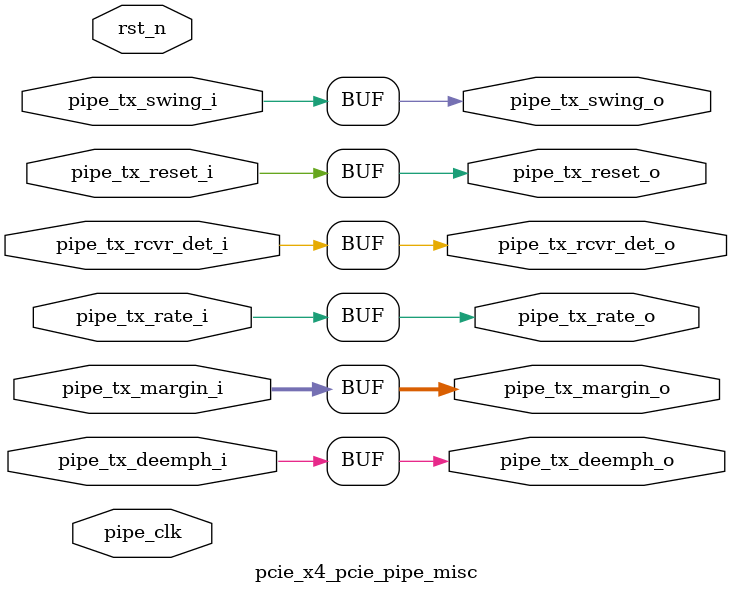
<source format=v>

`timescale 1ps/1ps

(* DowngradeIPIdentifiedWarnings = "yes" *)
module pcie_x4_pcie_pipe_misc #
(
    parameter        PIPE_PIPELINE_STAGES = 0,    // 0 - 0 stages, 1 - 1 stage, 2 - 2 stages
    parameter TCQ  = 1 // synthesis warning solved: parameter declaration becomes local
)
(

    input   wire        pipe_tx_rcvr_det_i       ,     // PIPE Tx Receiver Detect
    input   wire        pipe_tx_reset_i          ,     // PIPE Tx Reset
    input   wire        pipe_tx_rate_i           ,     // PIPE Tx Rate
    input   wire        pipe_tx_deemph_i         ,     // PIPE Tx Deemphasis
    input   wire [2:0]  pipe_tx_margin_i         ,     // PIPE Tx Margin
    input   wire        pipe_tx_swing_i          ,     // PIPE Tx Swing

    output  wire        pipe_tx_rcvr_det_o       ,     // Pipelined PIPE Tx Receiver Detect
    output  wire        pipe_tx_reset_o          ,     // Pipelined PIPE Tx Reset
    output  wire        pipe_tx_rate_o           ,     // Pipelined PIPE Tx Rate
    output  wire        pipe_tx_deemph_o         ,     // Pipelined PIPE Tx Deemphasis
    output  wire [2:0]  pipe_tx_margin_o         ,     // Pipelined PIPE Tx Margin
    output  wire        pipe_tx_swing_o          ,     // Pipelined PIPE Tx Swing

    input   wire        pipe_clk                ,      // PIPE Clock
    input   wire        rst_n                          // Reset
);

//******************************************************************//
// Reality check.                                                   //
//******************************************************************//

//    parameter TCQ  = 1;      // clock to out delay model

    generate

    if (PIPE_PIPELINE_STAGES == 0) begin : pipe_stages_0

        assign pipe_tx_rcvr_det_o = pipe_tx_rcvr_det_i;
        assign pipe_tx_reset_o  = pipe_tx_reset_i;
        assign pipe_tx_rate_o = pipe_tx_rate_i;
        assign pipe_tx_deemph_o = pipe_tx_deemph_i;
        assign pipe_tx_margin_o = pipe_tx_margin_i;
        assign pipe_tx_swing_o = pipe_tx_swing_i;

    end // if (PIPE_PIPELINE_STAGES == 0)
    else if (PIPE_PIPELINE_STAGES == 1) begin : pipe_stages_1

    reg                pipe_tx_rcvr_det_q       ;
    reg                pipe_tx_reset_q          ;
    reg                pipe_tx_rate_q           ;
    reg                pipe_tx_deemph_q         ;
    reg [2:0]          pipe_tx_margin_q         ;
    reg                pipe_tx_swing_q          ;

        always @(posedge pipe_clk) begin

        if (rst_n)
        begin

            pipe_tx_rcvr_det_q <= #TCQ 0;
            pipe_tx_reset_q  <= #TCQ 1'b1;
            pipe_tx_rate_q <= #TCQ 0;
            pipe_tx_deemph_q <= #TCQ 1'b1;
            pipe_tx_margin_q <= #TCQ 0;
            pipe_tx_swing_q <= #TCQ 0;

        end
        else
        begin

            pipe_tx_rcvr_det_q <= #TCQ pipe_tx_rcvr_det_i;
            pipe_tx_reset_q  <= #TCQ pipe_tx_reset_i;
            pipe_tx_rate_q <= #TCQ pipe_tx_rate_i;
            pipe_tx_deemph_q <= #TCQ pipe_tx_deemph_i;
            pipe_tx_margin_q <= #TCQ pipe_tx_margin_i;
            pipe_tx_swing_q <= #TCQ pipe_tx_swing_i;

          end

        end

        assign pipe_tx_rcvr_det_o = pipe_tx_rcvr_det_q;
        assign pipe_tx_reset_o  = pipe_tx_reset_q;
        assign pipe_tx_rate_o = pipe_tx_rate_q;
        assign pipe_tx_deemph_o = pipe_tx_deemph_q;
        assign pipe_tx_margin_o = pipe_tx_margin_q;
        assign pipe_tx_swing_o = pipe_tx_swing_q;

    end // if (PIPE_PIPELINE_STAGES == 1)
    else if (PIPE_PIPELINE_STAGES == 2) begin : pipe_stages_2

    reg                pipe_tx_rcvr_det_q       ;
    reg                pipe_tx_reset_q          ;
    reg                pipe_tx_rate_q           ;
    reg                pipe_tx_deemph_q         ;
    reg [2:0]          pipe_tx_margin_q         ;
    reg                pipe_tx_swing_q          ;

    reg                pipe_tx_rcvr_det_qq      ;
    reg                pipe_tx_reset_qq         ;
    reg                pipe_tx_rate_qq          ;
    reg                pipe_tx_deemph_qq        ;
    reg [2:0]          pipe_tx_margin_qq        ;
    reg                pipe_tx_swing_qq         ;

        always @(posedge pipe_clk) begin

        if (rst_n)
        begin

            pipe_tx_rcvr_det_q <= #TCQ 0;
            pipe_tx_reset_q  <= #TCQ 1'b1;
            pipe_tx_rate_q <= #TCQ 0;
            pipe_tx_deemph_q <= #TCQ 1'b1;
            pipe_tx_margin_q <= #TCQ 0;
            pipe_tx_swing_q <= #TCQ 0;

            pipe_tx_rcvr_det_qq <= #TCQ 0;
            pipe_tx_reset_qq  <= #TCQ 1'b1;
            pipe_tx_rate_qq <= #TCQ 0;
            pipe_tx_deemph_qq <= #TCQ 1'b1;
            pipe_tx_margin_qq <= #TCQ 0;
            pipe_tx_swing_qq <= #TCQ 0;

        end
        else
        begin

            pipe_tx_rcvr_det_q <= #TCQ pipe_tx_rcvr_det_i;
            pipe_tx_reset_q  <= #TCQ pipe_tx_reset_i;
            pipe_tx_rate_q <= #TCQ pipe_tx_rate_i;
            pipe_tx_deemph_q <= #TCQ pipe_tx_deemph_i;
            pipe_tx_margin_q <= #TCQ pipe_tx_margin_i;
            pipe_tx_swing_q <= #TCQ pipe_tx_swing_i;

            pipe_tx_rcvr_det_qq <= #TCQ pipe_tx_rcvr_det_q;
            pipe_tx_reset_qq  <= #TCQ pipe_tx_reset_q;
            pipe_tx_rate_qq <= #TCQ pipe_tx_rate_q;
            pipe_tx_deemph_qq <= #TCQ pipe_tx_deemph_q;
            pipe_tx_margin_qq <= #TCQ pipe_tx_margin_q;
            pipe_tx_swing_qq <= #TCQ pipe_tx_swing_q;

          end

        end

        assign pipe_tx_rcvr_det_o = pipe_tx_rcvr_det_qq;
        assign pipe_tx_reset_o  = pipe_tx_reset_qq;
        assign pipe_tx_rate_o = pipe_tx_rate_qq;
        assign pipe_tx_deemph_o = pipe_tx_deemph_qq;
        assign pipe_tx_margin_o = pipe_tx_margin_qq;
        assign pipe_tx_swing_o = pipe_tx_swing_qq;

    end // if (PIPE_PIPELINE_STAGES == 2)

    endgenerate

endmodule


</source>
